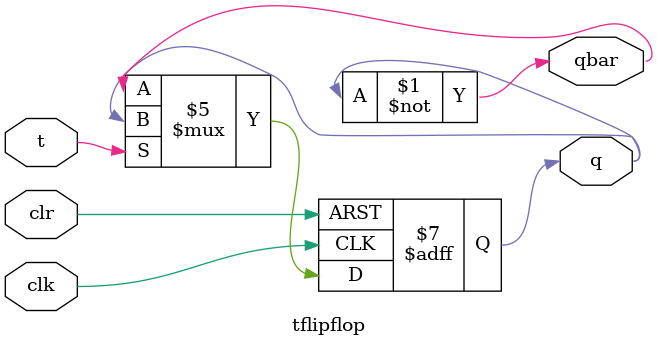
<source format=v>
module tflipflop(t,clk,clr,q,qbar);
input t,clk,clr;
output reg q;
output qbar;
assign qbar=~q;
always @(negedge(clk),negedge(clr))
begin
if (!clr) q<=0;
else begin
if (t) q<=q;
else q<=qbar;
end
end
endmodule

</source>
